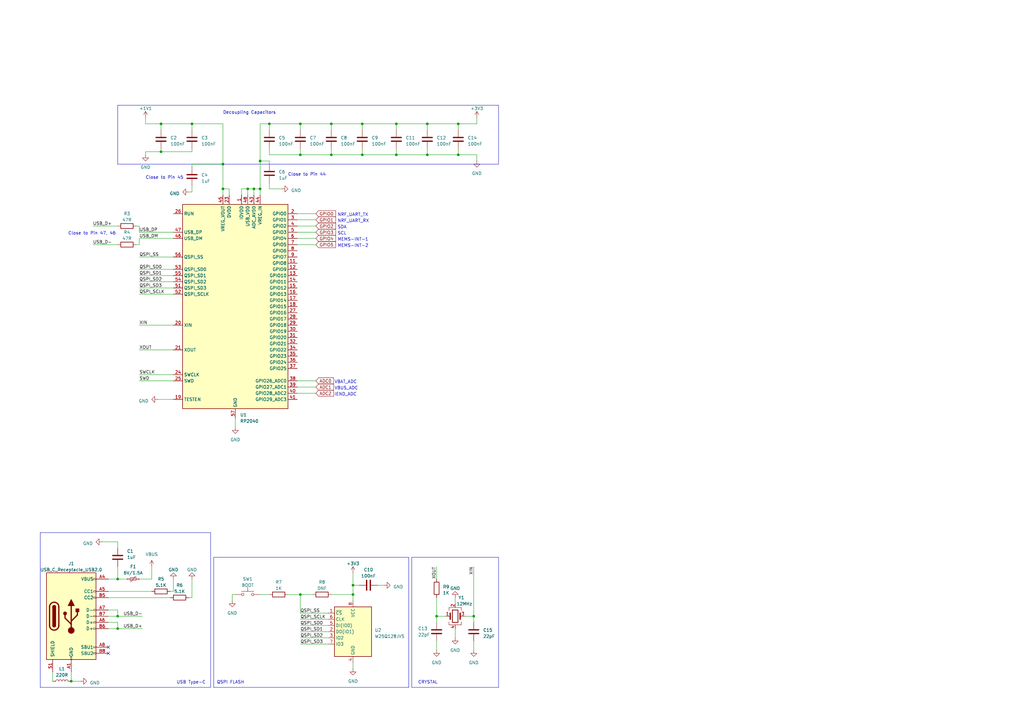
<source format=kicad_sch>
(kicad_sch (version 20230121) (generator eeschema)
  (paper "A3")
  (title_block (title "Raspberry Pi RP2040 Default Schematic") (date "2023-07-04") (rev "v1.0") (company "Author : Turgay Hopal"))
  (lib_symbols
    (symbol "Connector:USB_C_Receptacle_USB2.0" (pin_names (offset 1.016))
      (property "Reference" "J" (at -10.16 19.05 0))
      (property "Value" "USB_C_Receptacle_USB2.0" (at 19.05 19.05 0))
      (symbol "USB_C_Receptacle_USB2.0_0_0"
        (rectangle (start -0.254 -17.78) (end 0.254 -16.764))
        (rectangle (start 10.16 -14.986) (end 9.144 -15.494))
        (rectangle (start 10.16 -12.446) (end 9.144 -12.954))
        (rectangle (start 10.16 -4.826) (end 9.144 -5.334))
        (rectangle (start 10.16 -2.286) (end 9.144 -2.794))
        (rectangle (start 10.16 0.254) (end 9.144 -0.254))
        (rectangle (start 10.16 2.794) (end 9.144 2.286))
        (rectangle (start 10.16 7.874) (end 9.144 7.366))
        (rectangle (start 10.16 10.414) (end 9.144 9.906))
        (rectangle (start 10.16 15.494) (end 9.144 14.986))
      )
      (symbol "USB_C_Receptacle_USB2.0_0_1"
        (rectangle (start -10.16 17.78) (end 10.16 -17.78) (stroke (width 0.254)) (fill (type background)))
        (arc (start -8.89 -3.81) (mid -6.985 -5.7067) (end -5.08 -3.81) (stroke (width 0.508)))
        (arc (start -7.62 -3.81) (mid -6.985 -4.4423) (end -6.35 -3.81) (stroke (width 0.254)))
        (arc (start -7.62 -3.81) (mid -6.985 -4.4423) (end -6.35 -3.81) (stroke (width 0.254)) (fill (type outline)))
        (rectangle (start -7.62 -3.81) (end -6.35 3.81) (stroke (width 0.254)) (fill (type outline)))
        (arc (start -6.35 3.81) (mid -6.985 4.4423) (end -7.62 3.81) (stroke (width 0.254)))
        (arc (start -6.35 3.81) (mid -6.985 4.4423) (end -7.62 3.81) (stroke (width 0.254)) (fill (type outline)))
        (arc (start -5.08 3.81) (mid -6.985 5.7067) (end -8.89 3.81) (stroke (width 0.508)))
        (circle (center -2.54 1.143) (radius 0.635) (stroke (width 0.254)) (fill (type outline)))
        (circle (center 0 -5.842) (radius 1.27) (fill (type outline)))
        (polyline (pts (xy -8.89 -3.81) (xy -8.89 3.81)) (stroke (width 0.508)))
        (polyline (pts (xy -5.08 3.81) (xy -5.08 -3.81)) (stroke (width 0.508)))
        (polyline (pts (xy 0 -5.842) (xy 0 4.318)) (stroke (width 0.508)))
        (polyline (pts (xy 0 -3.302) (xy -2.54 -0.762) (xy -2.54 0.508)) (stroke (width 0.508)))
        (polyline (pts (xy 0 -2.032) (xy 2.54 0.508) (xy 2.54 1.778)) (stroke (width 0.508)))
        (polyline (pts (xy -1.27 4.318) (xy 0 6.858) (xy 1.27 4.318) (xy -1.27 4.318)) (stroke (width 0.254)) (fill (type outline)))
        (rectangle (start 1.905 1.778) (end 3.175 3.048) (stroke (width 0.254)) (fill (type outline)))
      )
      (symbol "USB_C_Receptacle_USB2.0_1_1"
        (pin passive line (at 0 -22.86 90) (length 5.08) (name "GND") (number "A1"))
        (pin passive line (at 0 -22.86 90) (length 5.08) hide (name "GND") (number "A12"))
        (pin passive line (at 15.24 15.24 180) (length 5.08) (name "VBUS") (number "A4"))
        (pin bidirectional line (at 15.24 10.16 180) (length 5.08) (name "CC1") (number "A5"))
        (pin bidirectional line (at 15.24 -2.54 180) (length 5.08) (name "D+") (number "A6"))
        (pin bidirectional line (at 15.24 2.54 180) (length 5.08) (name "D-") (number "A7"))
        (pin bidirectional line (at 15.24 -12.7 180) (length 5.08) (name "SBU1") (number "A8"))
        (pin passive line (at 15.24 15.24 180) (length 5.08) hide (name "VBUS") (number "A9"))
        (pin passive line (at 0 -22.86 90) (length 5.08) hide (name "GND") (number "B1"))
        (pin passive line (at 0 -22.86 90) (length 5.08) hide (name "GND") (number "B12"))
        (pin passive line (at 15.24 15.24 180) (length 5.08) hide (name "VBUS") (number "B4"))
        (pin bidirectional line (at 15.24 7.62 180) (length 5.08) (name "CC2") (number "B5"))
        (pin bidirectional line (at 15.24 -5.08 180) (length 5.08) (name "D+") (number "B6"))
        (pin bidirectional line (at 15.24 0 180) (length 5.08) (name "D-") (number "B7"))
        (pin bidirectional line (at 15.24 -15.24 180) (length 5.08) (name "SBU2") (number "B8"))
        (pin passive line (at 15.24 15.24 180) (length 5.08) hide (name "VBUS") (number "B9"))
        (pin passive line (at -7.62 -22.86 90) (length 5.08) (name "SHIELD") (number "S1"))
      )
    )
    (symbol "Device:C" (pin_numbers hide) (pin_names (offset 0.254))
      (property "Reference" "C" (at 0.635 2.54 0))
      (property "Value" "C" (at 0.635 -2.54 0))
      (symbol "C_0_1"
        (polyline (pts (xy -2.032 -0.762) (xy 2.032 -0.762)) (stroke (width 0.508)))
        (polyline (pts (xy -2.032 0.762) (xy 2.032 0.762)) (stroke (width 0.508)))
      )
      (symbol "C_1_1"
        (pin passive line (at 0 3.81 270) (length 2.794) (name "~") (number "1"))
        (pin passive line (at 0 -3.81 90) (length 2.794) (name "~") (number "2"))
      )
    )
    (symbol "Device:Crystal_GND24" (pin_names (offset 1.016) hide)
      (property "Reference" "Y" (at 3.175 5.08 0))
      (property "Value" "Crystal_GND24" (at 3.175 3.175 0))
      (symbol "Crystal_GND24_0_1"
        (rectangle (start -1.143 2.54) (end 1.143 -2.54) (stroke (width 0.3048)))
        (polyline (pts (xy -2.54 0) (xy -2.032 0)))
        (polyline (pts (xy -2.032 -1.27) (xy -2.032 1.27)) (stroke (width 0.508)))
        (polyline (pts (xy 0 -3.81) (xy 0 -3.556)))
        (polyline (pts (xy 0 3.556) (xy 0 3.81)))
        (polyline (pts (xy 2.032 -1.27) (xy 2.032 1.27)) (stroke (width 0.508)))
        (polyline (pts (xy 2.032 0) (xy 2.54 0)))
        (polyline (pts (xy -2.54 -2.286) (xy -2.54 -3.556) (xy 2.54 -3.556) (xy 2.54 -2.286)))
        (polyline (pts (xy -2.54 2.286) (xy -2.54 3.556) (xy 2.54 3.556) (xy 2.54 2.286)))
      )
      (symbol "Crystal_GND24_1_1"
        (pin passive line (at -3.81 0 0) (length 1.27) (name "1") (number "1"))
        (pin passive line (at 0 5.08 270) (length 1.27) (name "2") (number "2"))
        (pin passive line (at 3.81 0 180) (length 1.27) (name "3") (number "3"))
        (pin passive line (at 0 -5.08 90) (length 1.27) (name "4") (number "4"))
      )
    )
    (symbol "Device:L" (pin_numbers hide) (pin_names (offset 1.016) hide)
      (property "Reference" "L" (at -1.27 0 90))
      (property "Value" "L" (at 1.905 0 90))
      (symbol "L_0_1"
        (arc (start 0 -2.54) (mid 0.6323 -1.905) (end 0 -1.27))
        (arc (start 0 -1.27) (mid 0.6323 -0.635) (end 0 0))
        (arc (start 0 0) (mid 0.6323 0.635) (end 0 1.27))
        (arc (start 0 1.27) (mid 0.6323 1.905) (end 0 2.54))
      )
      (symbol "L_1_1"
        (pin passive line (at 0 3.81 270) (length 1.27) (name "1") (number "1"))
        (pin passive line (at 0 -3.81 90) (length 1.27) (name "2") (number "2"))
      )
    )
    (symbol "Device:Polyfuse_Small" (pin_numbers hide) (pin_names (offset 0))
      (property "Reference" "F" (at -1.905 0 90))
      (property "Value" "Polyfuse_Small" (at 1.905 0 90))
      (symbol "Polyfuse_Small_0_1"
        (rectangle (start -0.508 1.27) (end 0.508 -1.27))
        (polyline (pts (xy 0 2.54) (xy 0 -2.54)))
        (polyline (pts (xy -1.016 1.27) (xy -1.016 0.762) (xy 1.016 -0.762) (xy 1.016 -1.27)))
      )
      (symbol "Polyfuse_Small_1_1"
        (pin passive line (at 0 2.54 270) (length 0.635) (name "~") (number "1"))
        (pin passive line (at 0 -2.54 90) (length 0.635) (name "~") (number "2"))
      )
    )
    (symbol "Device:R" (pin_numbers hide) (pin_names (offset 0))
      (property "Reference" "R" (at 2.032 0 90))
      (property "Value" "R" (at 0 0 90))
      (symbol "R_0_1"
        (rectangle (start -1.016 -2.54) (end 1.016 2.54) (stroke (width 0.254)))
      )
      (symbol "R_1_1"
        (pin passive line (at 0 3.81 270) (length 1.27) (name "~") (number "1"))
        (pin passive line (at 0 -3.81 90) (length 1.27) (name "~") (number "2"))
      )
    )
    (symbol "MCU_RaspberryPi:RP2040"
      (property "Reference" "U" (at 17.78 45.72 0))
      (property "Value" "RP2040" (at 17.78 43.18 0))
      (symbol "RP2040_0_1"
        (rectangle (start -21.59 41.91) (end 21.59 -41.91) (stroke (width 0.254)) (fill (type background)))
      )
      (symbol "RP2040_1_1"
        (pin power_in line (at 2.54 45.72 270) (length 3.81) (name "IOVDD") (number "1"))
        (pin passive line (at 2.54 45.72 270) (length 3.81) hide (name "IOVDD") (number "10"))
        (pin bidirectional line (at 25.4 17.78 180) (length 3.81) (name "GPIO8") (number "11"))
        (pin bidirectional line (at 25.4 15.24 180) (length 3.81) (name "GPIO9") (number "12"))
        (pin bidirectional line (at 25.4 12.7 180) (length 3.81) (name "GPIO10") (number "13"))
        (pin bidirectional line (at 25.4 10.16 180) (length 3.81) (name "GPIO11") (number "14"))
        (pin bidirectional line (at 25.4 7.62 180) (length 3.81) (name "GPIO12") (number "15"))
        (pin bidirectional line (at 25.4 5.08 180) (length 3.81) (name "GPIO13") (number "16"))
        (pin bidirectional line (at 25.4 2.54 180) (length 3.81) (name "GPIO14") (number "17"))
        (pin bidirectional line (at 25.4 0 180) (length 3.81) (name "GPIO15") (number "18"))
        (pin input line (at -25.4 -38.1 0) (length 3.81) (name "TESTEN") (number "19"))
        (pin bidirectional line (at 25.4 38.1 180) (length 3.81) (name "GPIO0") (number "2"))
        (pin input line (at -25.4 -7.62 0) (length 3.81) (name "XIN") (number "20"))
        (pin passive line (at -25.4 -17.78 0) (length 3.81) (name "XOUT") (number "21"))
        (pin passive line (at 2.54 45.72 270) (length 3.81) hide (name "IOVDD") (number "22"))
        (pin power_in line (at -2.54 45.72 270) (length 3.81) (name "DVDD") (number "23"))
        (pin input line (at -25.4 -27.94 0) (length 3.81) (name "SWCLK") (number "24"))
        (pin bidirectional line (at -25.4 -30.48 0) (length 3.81) (name "SWD") (number "25"))
        (pin input line (at -25.4 38.1 0) (length 3.81) (name "RUN") (number "26"))
        (pin bidirectional line (at 25.4 -2.54 180) (length 3.81) (name "GPIO16") (number "27"))
        (pin bidirectional line (at 25.4 -5.08 180) (length 3.81) (name "GPIO17") (number "28"))
        (pin bidirectional line (at 25.4 -7.62 180) (length 3.81) (name "GPIO18") (number "29"))
        (pin bidirectional line (at 25.4 35.56 180) (length 3.81) (name "GPIO1") (number "3"))
        (pin bidirectional line (at 25.4 -10.16 180) (length 3.81) (name "GPIO19") (number "30"))
        (pin bidirectional line (at 25.4 -12.7 180) (length 3.81) (name "GPIO20") (number "31"))
        (pin bidirectional line (at 25.4 -15.24 180) (length 3.81) (name "GPIO21") (number "32"))
        (pin passive line (at 2.54 45.72 270) (length 3.81) hide (name "IOVDD") (number "33"))
        (pin bidirectional line (at 25.4 -17.78 180) (length 3.81) (name "GPIO22") (number "34"))
        (pin bidirectional line (at 25.4 -20.32 180) (length 3.81) (name "GPIO23") (number "35"))
        (pin bidirectional line (at 25.4 -22.86 180) (length 3.81) (name "GPIO24") (number "36"))
        (pin bidirectional line (at 25.4 -25.4 180) (length 3.81) (name "GPIO25") (number "37"))
        (pin bidirectional line (at 25.4 -30.48 180) (length 3.81) (name "GPIO26_ADC0") (number "38"))
        (pin bidirectional line (at 25.4 -33.02 180) (length 3.81) (name "GPIO27_ADC1") (number "39"))
        (pin bidirectional line (at 25.4 33.02 180) (length 3.81) (name "GPIO2") (number "4"))
        (pin bidirectional line (at 25.4 -35.56 180) (length 3.81) (name "GPIO28_ADC2") (number "40"))
        (pin bidirectional line (at 25.4 -38.1 180) (length 3.81) (name "GPIO29_ADC3") (number "41"))
        (pin passive line (at 2.54 45.72 270) (length 3.81) hide (name "IOVDD") (number "42"))
        (pin power_in line (at 7.62 45.72 270) (length 3.81) (name "ADC_AVDD") (number "43"))
        (pin power_in line (at 10.16 45.72 270) (length 3.81) (name "VREG_IN") (number "44"))
        (pin power_out line (at -5.08 45.72 270) (length 3.81) (name "VREG_VOUT") (number "45"))
        (pin bidirectional line (at -25.4 27.94 0) (length 3.81) (name "USB_DM") (number "46"))
        (pin bidirectional line (at -25.4 30.48 0) (length 3.81) (name "USB_DP") (number "47"))
        (pin power_in line (at 5.08 45.72 270) (length 3.81) (name "USB_VDD") (number "48"))
        (pin passive line (at 2.54 45.72 270) (length 3.81) hide (name "IOVDD") (number "49"))
        (pin bidirectional line (at 25.4 30.48 180) (length 3.81) (name "GPIO3") (number "5"))
        (pin passive line (at -2.54 45.72 270) (length 3.81) hide (name "DVDD") (number "50"))
        (pin bidirectional line (at -25.4 7.62 0) (length 3.81) (name "QSPI_SD3") (number "51"))
        (pin output line (at -25.4 5.08 0) (length 3.81) (name "QSPI_SCLK") (number "52"))
        (pin bidirectional line (at -25.4 15.24 0) (length 3.81) (name "QSPI_SD0") (number "53"))
        (pin bidirectional line (at -25.4 10.16 0) (length 3.81) (name "QSPI_SD2") (number "54"))
        (pin bidirectional line (at -25.4 12.7 0) (length 3.81) (name "QSPI_SD1") (number "55"))
        (pin bidirectional line (at -25.4 20.32 0) (length 3.81) (name "QSPI_SS") (number "56"))
        (pin power_in line (at 0 -45.72 90) (length 3.81) (name "GND") (number "57"))
        (pin bidirectional line (at 25.4 27.94 180) (length 3.81) (name "GPIO4") (number "6"))
        (pin bidirectional line (at 25.4 25.4 180) (length 3.81) (name "GPIO5") (number "7"))
        (pin bidirectional line (at 25.4 22.86 180) (length 3.81) (name "GPIO6") (number "8"))
        (pin bidirectional line (at 25.4 20.32 180) (length 3.81) (name "GPIO7") (number "9"))
      )
    )
    (symbol "Memory_Flash:W25Q128JVS"
      (property "Reference" "U" (at -8.89 8.89 0))
      (property "Value" "W25Q128JVS" (at 7.62 8.89 0))
      (symbol "W25Q128JVS_0_1"
        (rectangle (start -7.62 10.16) (end 7.62 -10.16) (stroke (width 0.254)) (fill (type background)))
      )
      (symbol "W25Q128JVS_1_1"
        (pin input line (at -10.16 7.62 0) (length 2.54) (name "~{CS}") (number "1"))
        (pin bidirectional line (at -10.16 0 0) (length 2.54) (name "DO(IO1)") (number "2"))
        (pin bidirectional line (at -10.16 -2.54 0) (length 2.54) (name "IO2") (number "3"))
        (pin power_in line (at 0 -12.7 90) (length 2.54) (name "GND") (number "4"))
        (pin bidirectional line (at -10.16 2.54 0) (length 2.54) (name "DI(IO0)") (number "5"))
        (pin input line (at -10.16 5.08 0) (length 2.54) (name "CLK") (number "6"))
        (pin bidirectional line (at -10.16 -5.08 0) (length 2.54) (name "IO3") (number "7"))
        (pin power_in line (at 0 12.7 270) (length 2.54) (name "VCC") (number "8"))
      )
    )
    (symbol "Switch:SW_Push" (pin_numbers hide) (pin_names (offset 1.016) hide)
      (property "Reference" "SW" (at 1.27 2.54 0))
      (property "Value" "SW_Push" (at 0 -1.524 0))
      (symbol "SW_Push_0_1"
        (circle (center -2.032 0) (radius 0.508))
        (polyline (pts (xy 0 1.27) (xy 0 3.048)))
        (polyline (pts (xy 2.54 1.27) (xy -2.54 1.27)))
        (circle (center 2.032 0) (radius 0.508))
        (pin passive line (at -5.08 0 0) (length 2.54) (name "1") (number "1"))
        (pin passive line (at 5.08 0 180) (length 2.54) (name "2") (number "2"))
      )
    )
    (symbol "power:+1V1" (power) (pin_names (offset 0))
      (property "Value" "+1V1" (at 0 3.556 0))
      (symbol "+1V1_0_1"
        (polyline (pts (xy -0.762 1.27) (xy 0 2.54)))
        (polyline (pts (xy 0 0) (xy 0 2.54)))
        (polyline (pts (xy 0 2.54) (xy 0.762 1.27)))
      )
      (symbol "+1V1_1_1"
        (pin power_in line (at 0 0 90) (length 0) hide (name "+1V1") (number "1"))
      )
    )
    (symbol "power:+3V3" (power) (pin_names (offset 0))
      (property "Value" "+3V3" (at 0 3.556 0))
      (symbol "+3V3_0_1"
        (polyline (pts (xy -0.762 1.27) (xy 0 2.54)))
        (polyline (pts (xy 0 0) (xy 0 2.54)))
        (polyline (pts (xy 0 2.54) (xy 0.762 1.27)))
      )
      (symbol "+3V3_1_1"
        (pin power_in line (at 0 0 90) (length 0) hide (name "+3V3") (number "1"))
      )
    )
    (symbol "power:GND" (power) (pin_names (offset 0))
      (property "Value" "GND" (at 0 -3.81 0))
      (symbol "GND_0_1"
        (polyline (pts (xy 0 0) (xy 0 -1.27) (xy 1.27 -1.27) (xy 0 -2.54) (xy -1.27 -1.27) (xy 0 -1.27)))
      )
      (symbol "GND_1_1"
        (pin power_in line (at 0 0 270) (length 0) hide (name "GND") (number "1"))
      )
    )
    (symbol "power:VBUS" (power) (pin_names (offset 0))
      (property "Value" "VBUS" (at 0 3.81 0))
      (symbol "VBUS_0_1"
        (polyline (pts (xy -0.762 1.27) (xy 0 2.54)))
        (polyline (pts (xy 0 0) (xy 0 2.54)))
        (polyline (pts (xy 0 2.54) (xy 0.762 1.27)))
      )
      (symbol "VBUS_1_1"
        (pin power_in line (at 0 0 90) (length 0) hide (name "VBUS") (number "1"))
      )
    )
  )
  (junction (at 91.44 67.31))
  (junction (at 91.44 77.47))
  (junction (at 162.56 63.5))
  (junction (at 187.96 50.8))
  (junction (at 144.78 243.84))
  (junction (at 123.19 63.5))
  (junction (at 66.04 62.23))
  (junction (at 162.56 50.8))
  (junction (at 148.59 50.8))
  (junction (at 135.89 50.8))
  (junction (at 187.96 63.5))
  (junction (at 66.04 50.8))
  (junction (at 110.49 50.8))
  (junction (at 194.31 252.73))
  (junction (at 179.07 252.73))
  (junction (at 48.26 252.73))
  (junction (at 175.26 63.5))
  (junction (at 123.19 243.84))
  (junction (at 148.59 63.5))
  (junction (at 78.74 50.8))
  (junction (at 48.26 257.81))
  (junction (at 106.68 77.47))
  (junction (at 123.19 50.8))
  (junction (at 29.21 279.4))
  (junction (at 175.26 50.8))
  (junction (at 48.26 237.49))
  (junction (at 135.89 63.5))
  (junction (at 144.78 240.03))
  (junction (at 101.6 77.47))
  (junction (at 106.68 66.04))
  (junction (at 104.14 77.47))
  (no_connect (at 44.45 267.97))
  (no_connect (at 44.45 265.43))
  (wire (pts (xy 162.56 50.8) (xy 162.56 53.34)))
  (wire (pts (xy 38.1 100.33) (xy 48.26 100.33)))
  (wire (pts (xy 123.19 50.8) (xy 135.89 50.8)))
  (wire (pts (xy 154.94 240.03) (xy 157.48 240.03)))
  (wire (pts (xy 179.07 232.41) (xy 179.07 237.49)))
  (wire (pts (xy 123.19 251.46) (xy 134.62 251.46)))
  (wire (pts (xy 44.45 252.73) (xy 48.26 252.73)))
  (wire (pts (xy 44.45 242.57) (xy 62.23 242.57)))
  (wire (pts (xy 57.15 105.41) (xy 71.12 105.41)))
  (wire (pts (xy 123.19 63.5) (xy 135.89 63.5)))
  (wire (pts (xy 118.11 243.84) (xy 123.19 243.84)))
  (wire (pts (xy 106.68 66.04) (xy 106.68 50.8)))
  (wire (pts (xy 187.96 63.5) (xy 195.58 63.5)))
  (wire (pts (xy 123.19 254) (xy 134.62 254)))
  (polyline (pts (xy 87.63 228.6) (xy 167.64 228.6)))
  (wire (pts (xy 121.92 97.79) (xy 129.54 97.79)))
  (wire (pts (xy 121.92 87.63) (xy 129.54 87.63)))
  (wire (pts (xy 99.06 77.47) (xy 101.6 77.47)))
  (wire (pts (xy 57.15 237.49) (xy 62.23 237.49)))
  (wire (pts (xy 44.45 255.27) (xy 48.26 255.27)))
  (wire (pts (xy 194.31 262.89) (xy 194.31 266.7)))
  (wire (pts (xy 99.06 80.01) (xy 99.06 77.47)))
  (wire (pts (xy 123.19 261.62) (xy 134.62 261.62)))
  (polyline (pts (xy 86.36 281.94) (xy 86.36 218.44)))
  (wire (pts (xy 195.58 63.5) (xy 195.58 66.04)))
  (wire (pts (xy 144.78 234.95) (xy 144.78 240.03)))
  (wire (pts (xy 62.23 237.49) (xy 62.23 232.41)))
  (wire (pts (xy 187.96 63.5) (xy 187.96 60.96)))
  (wire (pts (xy 38.1 92.71) (xy 48.26 92.71)))
  (wire (pts (xy 186.69 245.11) (xy 186.69 247.65)))
  (wire (pts (xy 44.45 237.49) (xy 48.26 237.49)))
  (wire (pts (xy 194.31 255.27) (xy 194.31 252.73)))
  (wire (pts (xy 135.89 50.8) (xy 148.59 50.8)))
  (polyline (pts (xy 204.47 67.31) (xy 204.47 43.18)))
  (wire (pts (xy 110.49 66.04) (xy 106.68 66.04)))
  (wire (pts (xy 101.6 77.47) (xy 104.14 77.47)))
  (wire (pts (xy 144.78 240.03) (xy 147.32 240.03)))
  (wire (pts (xy 148.59 63.5) (xy 162.56 63.5)))
  (polyline (pts (xy 168.91 281.94) (xy 204.47 281.94)))
  (wire (pts (xy 29.21 279.4) (xy 33.02 279.4)))
  (wire (pts (xy 78.74 78.74) (xy 78.74 76.2)))
  (wire (pts (xy 110.49 67.31) (xy 110.49 66.04)))
  (polyline (pts (xy 168.91 228.6) (xy 168.91 281.94)))
  (wire (pts (xy 121.92 161.29) (xy 129.54 161.29)))
  (wire (pts (xy 123.19 60.96) (xy 123.19 63.5)))
  (polyline (pts (xy 48.26 43.18) (xy 48.26 67.31)))
  (wire (pts (xy 179.07 262.89) (xy 179.07 266.7)))
  (wire (pts (xy 121.92 100.33) (xy 129.54 100.33)))
  (wire (pts (xy 175.26 60.96) (xy 175.26 63.5)))
  (wire (pts (xy 57.15 118.11) (xy 71.12 118.11)))
  (wire (pts (xy 57.15 133.35) (xy 71.12 133.35)))
  (wire (pts (xy 104.14 77.47) (xy 106.68 77.47)))
  (wire (pts (xy 144.78 243.84) (xy 144.78 246.38)))
  (wire (pts (xy 123.19 243.84) (xy 128.27 243.84)))
  (wire (pts (xy 106.68 243.84) (xy 110.49 243.84)))
  (wire (pts (xy 175.26 50.8) (xy 187.96 50.8)))
  (wire (pts (xy 78.74 62.23) (xy 78.74 60.96)))
  (wire (pts (xy 29.21 275.59) (xy 29.21 279.4)))
  (wire (pts (xy 48.26 222.25) (xy 41.91 222.25)))
  (wire (pts (xy 64.77 163.83) (xy 71.12 163.83)))
  (polyline (pts (xy 48.26 43.18) (xy 204.47 43.18)))
  (wire (pts (xy 194.31 232.41) (xy 194.31 252.73)))
  (wire (pts (xy 187.96 50.8) (xy 195.58 50.8)))
  (wire (pts (xy 187.96 50.8) (xy 187.96 53.34)))
  (wire (pts (xy 194.31 252.73) (xy 190.5 252.73)))
  (wire (pts (xy 66.04 50.8) (xy 66.04 53.34)))
  (wire (pts (xy 57.15 95.25) (xy 71.12 95.25)))
  (wire (pts (xy 182.88 252.73) (xy 179.07 252.73)))
  (wire (pts (xy 121.92 92.71) (xy 129.54 92.71)))
  (polyline (pts (xy 168.91 228.6) (xy 204.47 228.6)))
  (polyline (pts (xy 16.51 281.94) (xy 86.36 281.94)))
  (wire (pts (xy 186.69 257.81) (xy 186.69 261.62)))
  (wire (pts (xy 95.25 246.38) (xy 95.25 243.84)))
  (wire (pts (xy 48.26 250.19) (xy 48.26 252.73)))
  (wire (pts (xy 162.56 60.96) (xy 162.56 63.5)))
  (wire (pts (xy 57.15 115.57) (xy 71.12 115.57)))
  (wire (pts (xy 48.26 224.79) (xy 48.26 222.25)))
  (wire (pts (xy 78.74 245.11) (xy 77.47 245.11)))
  (polyline (pts (xy 16.51 218.44) (xy 86.36 218.44)))
  (wire (pts (xy 144.78 240.03) (xy 144.78 243.84)))
  (wire (pts (xy 69.85 242.57) (xy 71.12 242.57)))
  (wire (pts (xy 57.15 143.51) (xy 71.12 143.51)))
  (wire (pts (xy 57.15 100.33) (xy 55.88 100.33)))
  (wire (pts (xy 57.15 97.79) (xy 57.15 100.33)))
  (wire (pts (xy 123.19 50.8) (xy 123.19 53.34)))
  (wire (pts (xy 110.49 74.93) (xy 110.49 77.47)))
  (wire (pts (xy 110.49 50.8) (xy 123.19 50.8)))
  (wire (pts (xy 148.59 60.96) (xy 148.59 63.5)))
  (wire (pts (xy 106.68 50.8) (xy 110.49 50.8)))
  (wire (pts (xy 110.49 63.5) (xy 123.19 63.5)))
  (wire (pts (xy 78.74 68.58) (xy 78.74 67.31)))
  (wire (pts (xy 78.74 50.8) (xy 66.04 50.8)))
  (wire (pts (xy 59.69 50.8) (xy 66.04 50.8)))
  (wire (pts (xy 148.59 50.8) (xy 148.59 53.34)))
  (wire (pts (xy 121.92 156.21) (xy 129.54 156.21)))
  (wire (pts (xy 57.15 156.21) (xy 71.12 156.21)))
  (wire (pts (xy 71.12 237.49) (xy 71.12 242.57)))
  (wire (pts (xy 123.19 256.54) (xy 134.62 256.54)))
  (polyline (pts (xy 204.47 281.94) (xy 204.47 228.6)))
  (wire (pts (xy 57.15 120.65) (xy 71.12 120.65)))
  (wire (pts (xy 91.44 77.47) (xy 91.44 67.31)))
  (wire (pts (xy 57.15 95.25) (xy 57.15 92.71)))
  (wire (pts (xy 48.26 257.81) (xy 58.42 257.81)))
  (wire (pts (xy 93.98 80.01) (xy 93.98 77.47)))
  (wire (pts (xy 106.68 80.01) (xy 106.68 77.47)))
  (wire (pts (xy 59.69 62.23) (xy 66.04 62.23)))
  (wire (pts (xy 91.44 80.01) (xy 91.44 77.47)))
  (wire (pts (xy 66.04 62.23) (xy 78.74 62.23)))
  (wire (pts (xy 21.59 275.59) (xy 21.59 279.4)))
  (wire (pts (xy 121.92 158.75) (xy 129.54 158.75)))
  (wire (pts (xy 57.15 113.03) (xy 71.12 113.03)))
  (wire (pts (xy 121.92 95.25) (xy 129.54 95.25)))
  (wire (pts (xy 123.19 243.84) (xy 123.19 251.46)))
  (wire (pts (xy 44.45 257.81) (xy 48.26 257.81)))
  (polyline (pts (xy 87.63 281.94) (xy 167.64 281.94)))
  (wire (pts (xy 135.89 60.96) (xy 135.89 63.5)))
  (wire (pts (xy 144.78 271.78) (xy 144.78 274.32)))
  (wire (pts (xy 48.26 237.49) (xy 52.07 237.49)))
  (wire (pts (xy 66.04 60.96) (xy 66.04 62.23)))
  (wire (pts (xy 95.25 243.84) (xy 96.52 243.84)))
  (wire (pts (xy 91.44 67.31) (xy 91.44 50.8)))
  (wire (pts (xy 57.15 110.49) (xy 71.12 110.49)))
  (wire (pts (xy 195.58 50.8) (xy 195.58 48.26)))
  (wire (pts (xy 179.07 252.73) (xy 179.07 255.27)))
  (wire (pts (xy 91.44 50.8) (xy 78.74 50.8)))
  (polyline (pts (xy 87.63 228.6) (xy 87.63 281.94)))
  (wire (pts (xy 78.74 50.8) (xy 78.74 53.34)))
  (wire (pts (xy 148.59 50.8) (xy 162.56 50.8)))
  (wire (pts (xy 57.15 153.67) (xy 71.12 153.67)))
  (wire (pts (xy 123.19 259.08) (xy 134.62 259.08)))
  (wire (pts (xy 48.26 255.27) (xy 48.26 257.81)))
  (wire (pts (xy 162.56 63.5) (xy 175.26 63.5)))
  (wire (pts (xy 104.14 77.47) (xy 104.14 80.01)))
  (wire (pts (xy 77.47 78.74) (xy 78.74 78.74)))
  (wire (pts (xy 96.52 171.45) (xy 96.52 175.26)))
  (wire (pts (xy 110.49 60.96) (xy 110.49 63.5)))
  (wire (pts (xy 101.6 77.47) (xy 101.6 80.01)))
  (wire (pts (xy 93.98 77.47) (xy 91.44 77.47)))
  (wire (pts (xy 179.07 245.11) (xy 179.07 252.73)))
  (polyline (pts (xy 16.51 218.44) (xy 16.51 281.94)))
  (wire (pts (xy 57.15 92.71) (xy 55.88 92.71)))
  (wire (pts (xy 106.68 77.47) (xy 106.68 66.04)))
  (wire (pts (xy 135.89 243.84) (xy 144.78 243.84)))
  (wire (pts (xy 44.45 250.19) (xy 48.26 250.19)))
  (wire (pts (xy 175.26 63.5) (xy 187.96 63.5)))
  (wire (pts (xy 123.19 264.16) (xy 134.62 264.16)))
  (wire (pts (xy 78.74 67.31) (xy 91.44 67.31)))
  (wire (pts (xy 59.69 48.26) (xy 59.69 50.8)))
  (polyline (pts (xy 167.64 281.94) (xy 167.64 228.6)))
  (wire (pts (xy 135.89 50.8) (xy 135.89 53.34)))
  (wire (pts (xy 71.12 97.79) (xy 57.15 97.79)))
  (wire (pts (xy 135.89 63.5) (xy 148.59 63.5)))
  (wire (pts (xy 110.49 50.8) (xy 110.49 53.34)))
  (polyline (pts (xy 48.26 67.31) (xy 204.47 67.31)))
  (wire (pts (xy 121.92 90.17) (xy 129.54 90.17)))
  (wire (pts (xy 78.74 237.49) (xy 78.74 245.11)))
  (wire (pts (xy 44.45 245.11) (xy 69.85 245.11)))
  (wire (pts (xy 175.26 50.8) (xy 175.26 53.34)))
  (wire (pts (xy 48.26 252.73) (xy 58.42 252.73)))
  (wire (pts (xy 48.26 232.41) (xy 48.26 237.49)))
  (wire (pts (xy 59.69 63.5) (xy 59.69 62.23)))
  (wire (pts (xy 162.56 50.8) (xy 175.26 50.8)))
  (wire (pts (xy 110.49 77.47) (xy 115.57 77.47)))
  (text "IEND_ADC" (at 137.16 162.56 0) (effects (font (size 1.27 1.27)) (justify left bottom)))
  (text "Close to Pin 45" (at 59.69 73.66 0) (effects (font (size 1.27 1.27)) (justify left bottom)))
  (text "NRF_UART_RX" (at 138.43 91.44 0) (effects (font (size 1.27 1.27)) (justify left bottom)))
  (text "VBAT_ADC" (at 137.16 157.48 0) (effects (font (size 1.27 1.27)) (justify left bottom)))
  (text "MEMS-INT-2" (at 138.43 101.6 0) (effects (font (size 1.27 1.27)) (justify left bottom)))
  (text "SCL" (at 138.43 96.52 0) (effects (font (size 1.27 1.27)) (justify left bottom)))
  (text "Decoupling Capacitors" (at 91.44 46.99 0) (effects (font (size 1.27 1.27)) (justify left bottom)))
  (text "NRF_UART_TX" (at 138.43 88.9 0) (effects (font (size 1.27 1.27)) (justify left bottom)))
  (text "SDA" (at 138.43 93.98 0) (effects (font (size 1.27 1.27)) (justify left bottom)))
  (text "QSPI FLASH" (at 88.9 280.67 0) (effects (font (size 1.27 1.27)) (justify left bottom)))
  (text "CRYSTAL" (at 171.45 280.67 0) (effects (font (size 1.27 1.27)) (justify left bottom)))
  (text "USB Type-C" (at 72.39 280.67 0) (effects (font (size 1.27 1.27)) (justify left bottom)))
  (text "MEMS-INT-1" (at 138.43 99.06 0) (effects (font (size 1.27 1.27)) (justify left bottom)))
  (text "Close to Pin 44" (at 118.11 72.39 0) (effects (font (size 1.27 1.27)) (justify left bottom)))
  (text "Close to Pin 47, 46" (at 27.94 96.52 0) (effects (font (size 1.27 1.27)) (justify left bottom)))
  (text "VBUS_ADC" (at 137.16 160.02 0) (effects (font (size 1.27 1.27)) (justify left bottom)))
  (label "USB_D+" (at 58.42 257.81 180))
  (label "XOUT" (at 179.07 232.41 270))
  (label "QSPI_SD2" (at 123.19 261.62 0))
  (label "QSPI_SD1" (at 57.15 113.03 0))
  (label "USB_DP" (at 57.15 95.25 0))
  (label "QSPI_SD3" (at 57.15 118.11 0))
  (label "QSPI_SCLK" (at 123.19 254 0))
  (label "SWD" (at 57.15 156.21 0))
  (label "QSPI_SS" (at 123.19 251.46 0))
  (label "QSPI_SD1" (at 123.19 259.08 0))
  (label "QSPI_SD0" (at 123.19 256.54 0))
  (label "QSPI_SS" (at 57.15 105.41 0))
  (label "QSPI_SD2" (at 57.15 115.57 0))
  (label "QSPI_SD3" (at 123.19 264.16 0))
  (label "XOUT" (at 57.15 143.51 0))
  (label "QSPI_SD0" (at 57.15 110.49 0))
  (label "USB_D+" (at 38.1 92.71 0))
  (label "XIN" (at 194.31 232.41 270))
  (label "USB_DM" (at 57.15 97.79 0))
  (label "USB_D-" (at 58.42 252.73 180))
  (label "SWCLK" (at 57.15 153.67 0))
  (label "USB_D-" (at 38.1 100.33 0))
  (label "XIN" (at 57.15 133.35 0))
  (label "QSPI_SCLK" (at 57.15 120.65 0))
  (global_label "GPIO4" (shape input) (at 129.54 97.79 0) (property "Intersheetrefs" "${INTERSHEET_REFS}" (effects hide)))
  (global_label "GPIO5" (shape input) (at 129.54 100.33 0) (property "Intersheetrefs" "${INTERSHEET_REFS}" (effects hide)))
  (global_label "ADC2" (shape input) (at 129.54 161.29 0) (property "Intersheetrefs" "${INTERSHEET_REFS}" (effects hide)))
  (global_label "ADC1" (shape input) (at 129.54 158.75 0) (property "Intersheetrefs" "${INTERSHEET_REFS}" (effects hide)))
  (global_label "GPIO0" (shape input) (at 129.54 87.63 0) (property "Intersheetrefs" "${INTERSHEET_REFS}" (effects hide)))
  (global_label "ADC0" (shape input) (at 129.54 156.21 0) (property "Intersheetrefs" "${INTERSHEET_REFS}" (effects hide)))
  (global_label "GPIO2" (shape input) (at 129.54 92.71 0) (property "Intersheetrefs" "${INTERSHEET_REFS}" (effects hide)))
  (global_label "GPIO1" (shape input) (at 129.54 90.17 0) (property "Intersheetrefs" "${INTERSHEET_REFS}" (effects hide)))
  (global_label "GPIO3" (shape input) (at 129.54 95.25 0) (property "Intersheetrefs" "${INTERSHEET_REFS}" (effects hide)))
  (symbol (lib_id "MCU_RaspberryPi:RP2040") (at 96.52 125.73 0) (unit 1)
    (property "Reference" "U1" (at 98.4759 170.18 0) (effects (justify left)))
    (property "Value" "RP2040" (at 98.4759 172.72 0) (effects (justify left)))
    (property "Footprint" "Package_DFN_QFN:QFN-56-1EP_7x7mm_P0.4mm_EP5.6x5.6mm" (effects hide))
    (property "Datasheet" "https://datasheets.raspberrypi.com/rp2040/rp2040-datasheet.pdf" (effects hide))
  )
  (symbol (lib_id "power:+1V1") (at 59.69 48.26 0) (unit 1)
    (property "Reference" "#PWR03" (effects hide))
    (property "Value" "+1V1" (at 59.69 44.45 0))
  )
  (symbol (lib_id "Connector:USB_C_Receptacle_USB2.0") (at 29.21 252.73 0) (unit 1)
    (property "Reference" "J1" (at 29.21 231.14 0))
    (property "Value" "USB_C_Receptacle_USB2.0" (at 29.21 233.68 0))
    (property "Footprint" "Connector_USB:USB_C_Receptacle_HRO_TYPE-C-31-M-12" (effects hide))
    (property "Datasheet" "https://www.usb.org/sites/default/files/documents/usb_type-c.zip" (effects hide))
  )
  (symbol (lib_id "power:VBUS") (at 62.23 232.41 0) (unit 1)
    (property "Reference" "#PWR05" (effects hide))
    (property "Value" "VBUS" (at 62.23 227.33 0))
    (instances (project "DeskSandGlass" (path "" (reference "#PWR05") (unit 1))) (project "QualityDeskController" (path "" (reference "#PWR025") (unit 1))))
  )
  (symbol (lib_id "Device:Crystal_GND24") (at 186.69 252.73 0) (unit 1)
    (property "Reference" "Y1" (at 189.23 245.11 0))
    (property "Value" "12MHz" (at 190.5 247.65 0))
    (property "Footprint" "Crystal:Crystal_SMD_2520-4Pin_2.5x2.0mm" (effects hide))
  )
  (symbol (lib_id "Device:R") (at 132.08 243.84 90) (unit 1)
    (property "Reference" "R8" (at 132.08 238.76 90))
    (property "Value" "DNF" (at 132.08 241.3 90))
    (property "Footprint" "Resistor_SMD:R_0603_1608Metric" (effects hide))
  )
  (symbol (lib_id "power:GND") (at 186.69 261.62 0) (unit 1)
    (property "Reference" "#PWR018" (effects hide))
    (property "Value" "GND" (at 186.69 266.7 0))
  )
  (symbol (lib_id "power:GND") (at 71.12 237.49 180) (unit 1)
    (property "Reference" "#PWR07" (effects hide))
    (property "Value" "GND" (at 71.12 233.68 0))
  )
  (symbol (lib_id "Device:C") (at 151.13 240.03 90) (unit 1)
    (property "Reference" "C10" (at 151.13 233.68 90))
    (property "Value" "100nF" (at 151.13 236.22 90))
    (property "Footprint" "Capacitor_SMD:C_0603_1608Metric" (effects hide))
  )
  (symbol (lib_id "power:GND") (at 115.57 77.47 90) (unit 1)
    (property "Reference" "#PWR012" (effects hide))
    (property "Value" "GND" (at 119.38 78.105 90) (effects (justify right)))
  )
  (symbol (lib_id "power:GND") (at 41.91 222.25 270) (unit 1)
    (property "Reference" "#PWR02" (effects hide))
    (property "Value" "GND" (at 38.1 222.885 90) (effects (justify right)))
  )
  (symbol (lib_id "Device:R") (at 52.07 100.33 90) (unit 1)
    (property "Reference" "R4" (at 52.07 95.25 90))
    (property "Value" "47R" (at 52.07 97.79 90))
    (property "Footprint" "Resistor_SMD:R_0603_1608Metric" (effects hide))
  )
  (symbol (lib_id "power:GND") (at 186.69 245.11 180) (unit 1)
    (property "Reference" "#PWR017" (effects hide))
    (property "Value" "GND" (at 186.69 241.3 0))
  )
  (symbol (lib_id "Device:R") (at 73.66 245.11 90) (unit 1)
    (property "Reference" "R6" (at 73.66 240.03 90))
    (property "Value" "5.1K" (at 73.66 242.57 90))
    (property "Footprint" "Resistor_SMD:R_0603_1608Metric" (effects hide))
  )
  (symbol (lib_id "power:GND") (at 64.77 163.83 270) (unit 1)
    (property "Reference" "#PWR06" (effects hide))
    (property "Value" "GND" (at 60.96 164.465 90) (effects (justify right)))
  )
  (symbol (lib_id "Device:C") (at 110.49 57.15 0) (unit 1)
    (property "Reference" "C5" (at 114.3 56.515 0) (effects (justify left)))
    (property "Value" "100nF" (at 114.3 59.055 0) (effects (justify left)))
    (property "Footprint" "Capacitor_SMD:C_0603_1608Metric" (effects hide))
  )
  (symbol (lib_id "Device:R") (at 179.07 241.3 180) (unit 1)
    (property "Reference" "R9" (at 181.61 240.665 0) (effects (justify right)))
    (property "Value" "1K" (at 181.61 243.205 0) (effects (justify right)))
    (property "Footprint" "Resistor_SMD:R_0603_1608Metric" (effects hide))
  )
  (symbol (lib_id "Device:C") (at 48.26 228.6 0) (unit 1)
    (property "Reference" "C1" (at 52.07 226.06 0) (effects (justify left)))
    (property "Value" "1uF" (at 52.07 228.6 0) (effects (justify left)))
    (property "Footprint" "Capacitor_SMD:C_0603_1608Metric" (effects hide))
  )
  (symbol (lib_id "power:GND") (at 78.74 237.49 180) (unit 1)
    (property "Reference" "#PWR09" (effects hide))
    (property "Value" "GND" (at 78.74 233.68 0))
  )
  (symbol (lib_id "Device:C") (at 66.04 57.15 0) (unit 1)
    (property "Reference" "C2" (at 69.85 56.515 0) (effects (justify left)))
    (property "Value" "100nF" (at 69.85 59.055 0) (effects (justify left)))
    (property "Footprint" "Capacitor_SMD:C_0603_1608Metric" (effects hide))
  )
  (symbol (lib_id "power:GND") (at 179.07 266.7 0) (unit 1)
    (property "Reference" "#PWR016" (effects hide))
    (property "Value" "GND" (at 179.07 271.78 0))
  )
  (symbol (lib_id "power:GND") (at 96.52 175.26 0) (unit 1)
    (property "Reference" "#PWR011" (effects hide))
    (property "Value" "GND" (at 96.52 180.34 0))
  )
  (symbol (lib_id "Device:C") (at 135.89 57.15 0) (unit 1)
    (property "Reference" "C8" (at 139.7 56.515 0) (effects (justify left)))
    (property "Value" "100nF" (at 139.7 59.055 0) (effects (justify left)))
    (property "Footprint" "Capacitor_SMD:C_0603_1608Metric" (effects hide))
  )
  (symbol (lib_id "power:GND") (at 95.25 246.38 0) (unit 1)
    (property "Reference" "#PWR010" (effects hide))
    (property "Value" "GND" (at 95.25 251.46 0))
  )
  (symbol (lib_id "Device:Polyfuse_Small") (at 54.61 237.49 90) (unit 1)
    (property "Reference" "F1" (at 54.61 232.41 90))
    (property "Value" "6V/1.5A" (at 54.61 234.95 90))
    (property "Footprint" "Fuse:Fuse_0805_2012Metric" (effects hide))
    (property "Datasheet" "https://cdn.ozdisan.com/ETicaret_Dosya/490835_665008.pdf" (effects hide))
    (property "Description" "THERMISTOR PTC RESETTABLE FUSE 0805 1.5A 6V" (effects hide))
    (property "Manufacturer" "THINKING" (effects hide))
    (property "Suplier" "Özdisan" (effects hide))
    (property "Suplier Part Number" "KLM2S150RY" (effects hide))
    (property "Package-Case" "0805" (effects hide))
  )
  (symbol (lib_id "Device:C") (at 123.19 57.15 0) (unit 1)
    (property "Reference" "C7" (at 127 56.515 0) (effects (justify left)))
    (property "Value" "100nF" (at 127 59.055 0) (effects (justify left)))
    (property "Footprint" "Capacitor_SMD:C_0603_1608Metric" (effects hide))
  )
  (symbol (lib_id "power:+3V3") (at 144.78 234.95 0) (unit 1)
    (property "Reference" "#PWR013" (effects hide))
    (property "Value" "+3V3" (at 144.78 231.14 0))
  )
  (symbol (lib_id "Device:C") (at 78.74 72.39 0) (unit 1)
    (property "Reference" "C4" (at 82.55 71.755 0) (effects (justify left)))
    (property "Value" "1uF" (at 82.55 74.295 0) (effects (justify left)))
    (property "Footprint" "Capacitor_SMD:C_0603_1608Metric" (effects hide))
  )
  (symbol (lib_id "power:GND") (at 59.69 63.5 0) (unit 1)
    (property "Reference" "#PWR04" (effects hide))
    (property "Value" "GND" (at 59.69 68.58 0))
  )
  (symbol (lib_id "Device:R") (at 52.07 92.71 90) (unit 1)
    (property "Reference" "R3" (at 52.07 87.63 90))
    (property "Value" "47R" (at 52.07 90.17 90))
    (property "Footprint" "Resistor_SMD:R_0603_1608Metric" (effects hide))
  )
  (symbol (lib_id "Device:C") (at 194.31 259.08 0) (unit 1)
    (property "Reference" "C15" (at 198.12 258.445 0) (effects (justify left)))
    (property "Value" "22pF" (at 198.12 260.985 0) (effects (justify left)))
    (property "Footprint" "Capacitor_SMD:C_0603_1608Metric" (effects hide))
  )
  (symbol (lib_id "Device:C") (at 78.74 57.15 0) (unit 1)
    (property "Reference" "C3" (at 82.55 56.515 0) (effects (justify left)))
    (property "Value" "100nF" (at 82.55 59.055 0) (effects (justify left)))
    (property "Footprint" "Capacitor_SMD:C_0603_1608Metric" (effects hide))
  )
  (symbol (lib_id "Device:C") (at 148.59 57.15 0) (unit 1)
    (property "Reference" "C9" (at 152.4 56.515 0) (effects (justify left)))
    (property "Value" "100nF" (at 152.4 59.055 0) (effects (justify left)))
    (property "Footprint" "Capacitor_SMD:C_0603_1608Metric" (effects hide))
  )
  (symbol (lib_id "Switch:SW_Push") (at 101.6 243.84 0) (unit 1)
    (property "Reference" "SW1" (at 101.6 237.49 0))
    (property "Value" "BOOT" (at 101.6 240.03 0))
    (property "Footprint" "Button_Switch_SMD:SW_SPST_FSMSM" (effects hide))
  )
  (symbol (lib_id "power:GND") (at 77.47 78.74 270) (unit 1)
    (property "Reference" "#PWR08" (effects hide))
    (property "Value" "GND" (at 73.66 79.375 90) (effects (justify right)))
  )
  (symbol (lib_id "Device:C") (at 162.56 57.15 0) (unit 1)
    (property "Reference" "C11" (at 166.37 56.515 0) (effects (justify left)))
    (property "Value" "100nF" (at 166.37 59.055 0) (effects (justify left)))
    (property "Footprint" "Capacitor_SMD:C_0603_1608Metric" (effects hide))
  )
  (symbol (lib_id "Device:C") (at 110.49 71.12 0) (unit 1)
    (property "Reference" "C6" (at 114.3 70.485 0) (effects (justify left)))
    (property "Value" "1uF" (at 114.3 73.025 0) (effects (justify left)))
    (property "Footprint" "Capacitor_SMD:C_0603_1608Metric" (effects hide))
  )
  (symbol (lib_id "Device:L") (at 25.4 279.4 90) (unit 1)
    (property "Reference" "L1" (at 25.4 274.32 90))
    (property "Value" "220R" (at 25.4 276.86 90))
    (property "Footprint" "Inductor_SMD:L_0603_1608Metric" (effects hide))
  )
  (symbol (lib_id "Memory_Flash:W25Q128JVS") (at 144.78 259.08 0) (unit 1)
    (property "Reference" "U2" (at 153.67 258.445 0) (effects (justify left)))
    (property "Value" "W25Q128JVS" (at 153.67 260.985 0) (effects (justify left)))
    (property "Footprint" "Package_SO:SOIC-8_5.23x5.23mm_P1.27mm" (effects hide))
    (property "Datasheet" "http://www.winbond.com/resource-files/w25q128jv_dtr%20revc%2003272018%20plus.pdf" (effects hide))
  )
  (symbol (lib_id "power:GND") (at 33.02 279.4 90) (unit 1)
    (property "Reference" "#PWR01" (effects hide))
    (property "Value" "GND" (at 36.83 280.035 90) (effects (justify right)))
  )
  (symbol (lib_id "power:GND") (at 194.31 266.7 0) (unit 1)
    (property "Reference" "#PWR019" (effects hide))
    (property "Value" "GND" (at 194.31 271.78 0))
  )
  (symbol (lib_id "Device:R") (at 114.3 243.84 90) (unit 1)
    (property "Reference" "R7" (at 114.3 238.76 90))
    (property "Value" "1K" (at 114.3 241.3 90))
    (property "Footprint" "Resistor_SMD:R_0603_1608Metric" (effects hide))
  )
  (symbol (lib_id "Device:C") (at 175.26 57.15 0) (unit 1)
    (property "Reference" "C12" (at 179.07 56.515 0) (effects (justify left)))
    (property "Value" "100nF" (at 179.07 59.055 0) (effects (justify left)))
    (property "Footprint" "Capacitor_SMD:C_0603_1608Metric" (effects hide))
  )
  (symbol (lib_id "Device:R") (at 66.04 242.57 90) (unit 1)
    (property "Reference" "R5" (at 66.04 237.49 90))
    (property "Value" "5.1K" (at 66.04 240.03 90))
    (property "Footprint" "Resistor_SMD:R_0603_1608Metric" (effects hide))
  )
  (symbol (lib_id "power:GND") (at 144.78 274.32 0) (unit 1)
    (property "Reference" "#PWR014" (effects hide))
    (property "Value" "GND" (at 144.78 279.4 0))
  )
  (symbol (lib_id "power:+3V3") (at 195.58 48.26 0) (unit 1)
    (property "Reference" "#PWR020" (effects hide))
    (property "Value" "+3V3" (at 195.58 44.45 0))
  )
  (symbol (lib_id "power:GND") (at 195.58 66.04 0) (unit 1)
    (property "Reference" "#PWR021" (effects hide))
    (property "Value" "GND" (at 195.58 71.12 0))
  )
  (symbol (lib_id "Device:C") (at 179.07 259.08 0) (unit 1)
    (property "Reference" "C13" (at 171.45 257.81 0) (effects (justify left)))
    (property "Value" "22pF" (at 171.45 260.35 0) (effects (justify left)))
    (property "Footprint" "Capacitor_SMD:C_0603_1608Metric" (effects hide))
  )
  (symbol (lib_id "power:GND") (at 157.48 240.03 90) (unit 1)
    (property "Reference" "#PWR015" (effects hide))
    (property "Value" "GND" (at 161.29 240.665 90) (effects (justify right)))
  )
  (symbol (lib_id "Device:C") (at 187.96 57.15 0) (unit 1)
    (property "Reference" "C14" (at 191.77 56.515 0) (effects (justify left)))
    (property "Value" "100nF" (at 191.77 59.055 0) (effects (justify left)))
    (property "Footprint" "Capacitor_SMD:C_0603_1608Metric" (effects hide))
  )
)
</source>
